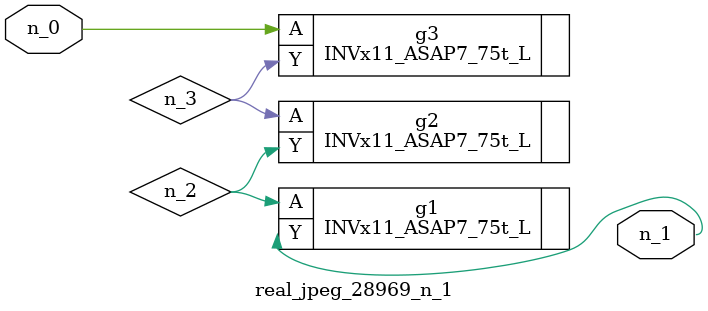
<source format=v>
module real_jpeg_28969_n_1 (n_0, n_1);

input n_0;

output n_1;

wire n_3;
wire n_2;

INVx11_ASAP7_75t_L g3 ( 
.A(n_0),
.Y(n_3)
);

INVx11_ASAP7_75t_L g1 ( 
.A(n_2),
.Y(n_1)
);

INVx11_ASAP7_75t_L g2 ( 
.A(n_3),
.Y(n_2)
);


endmodule
</source>
